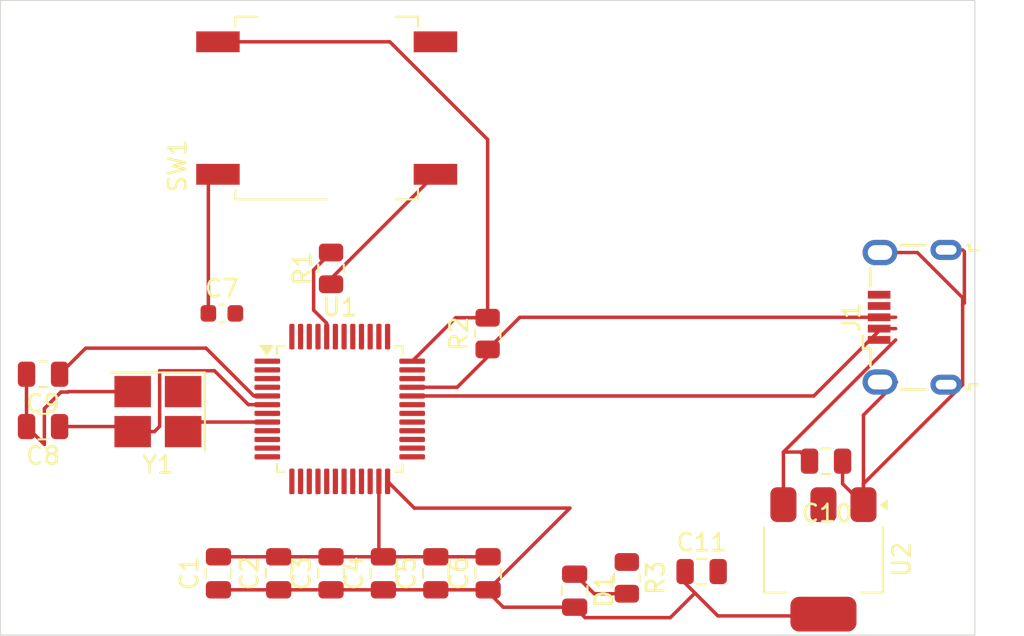
<source format=kicad_pcb>
(kicad_pcb (version 20241229) (generator "pcbnew") (generator_version "9.0")
  (layers (0 "F.Cu" signal) (2 "B.Cu" signal) (13 "F.Paste" user) (15 "B.Paste" user) (5 "F.SilkS" user "F.Silkscreen") (7 "B.SilkS" user "B.Silkscreen") (1 "F.Mask" user) (3 "B.Mask" user) (25 "Edge.Cuts" user))
  (net 0 "")
  (net 1 "GND")
  (net 2 "+3.3V")
  (net 3 "Net-(U1-NRST)")
  (net 4 "Net-(U1-PD1)")
  (net 5 "Net-(U1-PD0)")
  (net 6 "VBUS")
  (net 7 "Net-(D1-K)")
  (net 8 "usb_dp")
  (net 9 "usb_dm")
  (net 11 "Net-(U1-BOOT0)")
  (net 12 "Net-(SW1-B)")
  (footprint "Capacitor_SMD:C_0805_2012Metric" (layer "F.Cu") (at 133.99 110.95 90)
    (property "Reference" "C2" (at 0 -1.68 90) (layer "F.SilkS"))
    (property "Value" "100nf")
    (fp_line (start -0.261252 -0.735) (end 0.261252 -0.735) (stroke (width 0.12)) (layer "F.SilkS"))
    (fp_line (start -0.261252 0.735) (end 0.261252 0.735) (stroke (width 0.12)) (layer "F.SilkS"))
    (pad "1" smd roundrect (at -0.95 0 90) (size 1 1.45) (layers "F.Cu" "F.Mask" "F.Paste") (net 2 "+3.3V"))
    (pad "2" smd roundrect (at 0.95 0 90) (size 1 1.45) (layers "F.Cu" "F.Mask" "F.Paste") (net 1 "GND"))
  )
  (footprint "Connector_USB:USB_Micro-B_Wuerth_629105150521" (layer "F.Cu") (at 170.4 96.225 90)
    (property "Reference" "J1" (at 0 -3.5 90) (layer "F.SilkS"))
    (property "Value" "USB_B_Micro")
    (fp_line (start -1.075 -2.825) (end -1.8 -2.825) (stroke (width 0.15)) (layer "F.SilkS"))
    (fp_line (start -1.8 -2.825) (end -1.8 -2.4) (stroke (width 0.15)) (layer "F.SilkS"))
    (fp_line (start 1.8 -2.4) (end 2.8 -2.4) (stroke (width 0.15)) (layer "F.SilkS"))
    (fp_line (start -1.8 -2.4) (end -2.8 -2.4) (stroke (width 0.15)) (layer "F.SilkS"))
    (fp_line (start -4.15 -0.65) (end -4.15 0.75) (stroke (width 0.15)) (layer "F.SilkS"))
    (fp_line (start 4.15 0.75) (end 4.15 -0.65) (stroke (width 0.15)) (layer "F.SilkS"))
    (fp_line (start -4.15 3.15) (end -4.15 3.3) (stroke (width 0.15)) (layer "F.SilkS"))
    (fp_line (start 4.15 3.3) (end 4.15 3.15) (stroke (width 0.15)) (layer "F.SilkS"))
    (fp_line (start 3.85 3.3) (end 4.15 3.3) (stroke (width 0.15)) (layer "F.SilkS"))
    (fp_line (start -3.85 3.3) (end -3.85 3.75) (stroke (width 0.15)) (layer "F.SilkS"))
    (fp_line (start -4.15 3.3) (end -3.85 3.3) (stroke (width 0.15)) (layer "F.SilkS"))
    (fp_line (start 3.85 3.75) (end 3.85 3.3) (stroke (width 0.15)) (layer "F.SilkS"))
    (pad "" np_thru_hole oval (at -2.5 -0.8 90) (size 0.8 0.8) (drill 0.8) (layers "*.Cu" "*.Mask"))
    (pad "" np_thru_hole oval (at 2.5 -0.8 90) (size 0.8 0.8) (drill 0.8) (layers "*.Cu" "*.Mask"))
    (pad "1" smd rect (at -1.3 -1.9 90) (size 0.45 1.3) (layers "F.Cu" "F.Mask" "F.Paste") (net 6 "VBUS"))
    (pad "2" smd rect (at -0.65 -1.9 90) (size 0.45 1.3) (layers "F.Cu" "F.Mask" "F.Paste") (net 9 "usb_dm"))
    (pad "3" smd rect (at 0 -1.9 90) (size 0.45 1.3) (layers "F.Cu" "F.Mask" "F.Paste") (net 8 "usb_dp"))
    (pad "4" smd rect (at 0.65 -1.9 90) (size 0.45 1.3) (layers "F.Cu" "F.Mask" "F.Paste"))
    (pad "5" smd rect (at 1.3 -1.9 90) (size 0.45 1.3) (layers "F.Cu" "F.Mask" "F.Paste") (net 1 "GND"))
    (pad "6" thru_hole oval (at -3.875 1.95 90) (size 1.15 1.8) (drill oval 0.55 1.2) (property pad_prop_heatsink) (layers "*.Cu" "*.Mask") (net 1 "GND"))
    (pad "6" thru_hole oval (at -3.725 -1.85 90) (size 1.45 2) (drill oval 0.85 1.4) (property pad_prop_heatsink) (layers "*.Cu" "*.Mask") (net 1 "GND"))
    (pad "6" thru_hole oval (at 3.725 -1.85 90) (size 1.45 2) (drill oval 0.85 1.4) (property pad_prop_heatsink) (layers "*.Cu" "*.Mask") (net 1 "GND"))
    (pad "6" thru_hole oval (at 3.875 1.95 90) (size 1.15 1.8) (drill oval 0.55 1.2) (property pad_prop_heatsink) (layers "*.Cu" "*.Mask") (net 1 "GND"))
  )
  (footprint "Resistor_SMD:R_0805_2012Metric" (layer "F.Cu") (at 137 93.4125 90)
    (property "Reference" "R1" (at 0 -1.65 90) (layer "F.SilkS"))
    (property "Value" "10r")
    (fp_line (start -0.227064 -0.735) (end 0.227064 -0.735) (stroke (width 0.12)) (layer "F.SilkS"))
    (fp_line (start -0.227064 0.735) (end 0.227064 0.735) (stroke (width 0.12)) (layer "F.SilkS"))
    (pad "1" smd roundrect (at -0.9125 0 90) (size 1.025 1.4) (layers "F.Cu" "F.Mask" "F.Paste") (roundrect_rratio 0.243902) (net 12 "Net-(SW1-B)"))
    (pad "2" smd roundrect (at 0.9125 0 90) (size 1.025 1.4) (layers "F.Cu" "F.Mask" "F.Paste") (roundrect_rratio 0.243902) (net 11 "Net-(U1-BOOT0)"))
  )
  (footprint "Capacitor_SMD:C_0805_2012Metric" (layer "F.Cu") (at 143.02 110.95 90)
    (property "Reference" "C5" (at 0 -1.68 90) (layer "F.SilkS"))
    (property "Value" "100nf")
    (fp_line (start -0.261252 -0.735) (end 0.261252 -0.735) (stroke (width 0.12)) (layer "F.SilkS"))
    (fp_line (start -0.261252 0.735) (end 0.261252 0.735) (stroke (width 0.12)) (layer "F.SilkS"))
    (pad "1" smd roundrect (at -0.95 0 90) (size 1 1.45) (layers "F.Cu" "F.Mask" "F.Paste") (net 2 "+3.3V"))
    (pad "2" smd roundrect (at 0.95 0 90) (size 1 1.45) (layers "F.Cu" "F.Mask" "F.Paste") (net 1 "GND"))
  )
  (footprint "Package_QFP:LQFP-48_7x7mm_P0.5mm" (layer "F.Cu") (at 137.5 101.5)
    (property "Reference" "U1" (at 0 -5.85 0) (layer "F.SilkS"))
    (property "Value" "STM32F100C8Tx")
    (fp_line (start -3.61 -3.61) (end -3.61 -3.16) (stroke (width 0.12)) (layer "F.SilkS"))
    (fp_line (start -3.61 3.61) (end -3.61 3.16) (stroke (width 0.12)) (layer "F.SilkS"))
    (fp_line (start -3.16 -3.61) (end -3.61 -3.61) (stroke (width 0.12)) (layer "F.SilkS"))
    (fp_line (start -3.16 3.61) (end -3.61 3.61) (stroke (width 0.12)) (layer "F.SilkS"))
    (fp_line (start 3.16 -3.61) (end 3.61 -3.61) (stroke (width 0.12)) (layer "F.SilkS"))
    (fp_line (start 3.16 3.61) (end 3.61 3.61) (stroke (width 0.12)) (layer "F.SilkS"))
    (fp_line (start 3.61 -3.61) (end 3.61 -3.16) (stroke (width 0.12)) (layer "F.SilkS"))
    (fp_line (start 3.61 3.61) (end 3.61 3.16) (stroke (width 0.12)) (layer "F.SilkS"))
    (fp_poly (pts (xy -4.2 -3.16) (xy -4.54 -3.63) (xy -3.86 -3.63) (xy -4.2 -3.16)) (stroke (width 0.12)) (fill yes) (layer "F.SilkS"))
    (pad "1" smd roundrect (at -4.1625 -2.75) (size 1.475 0.3) (layers "F.Cu" "F.Mask" "F.Paste") (net 2 "+3.3V"))
    (pad "2" smd roundrect (at -4.1625 -2.25) (size 1.475 0.3) (layers "F.Cu" "F.Mask" "F.Paste"))
    (pad "3" smd roundrect (at -4.1625 -1.75) (size 1.475 0.3) (layers "F.Cu" "F.Mask" "F.Paste"))
    (pad "4" smd roundrect (at -4.1625 -1.25) (size 1.475 0.3) (layers "F.Cu" "F.Mask" "F.Paste"))
    (pad "5" smd roundrect (at -4.1625 -0.75) (size 1.475 0.3) (layers "F.Cu" "F.Mask" "F.Paste") (net 5 "Net-(U1-PD0)"))
    (pad "6" smd roundrect (at -4.1625 -0.25) (size 1.475 0.3) (layers "F.Cu" "F.Mask" "F.Paste") (net 4 "Net-(U1-PD1)"))
    (pad "7" smd roundrect (at -4.1625 0.25) (size 1.475 0.3) (layers "F.Cu" "F.Mask" "F.Paste") (net 3 "Net-(U1-NRST)"))
    (pad "8" smd roundrect (at -4.1625 0.75) (size 1.475 0.3) (layers "F.Cu" "F.Mask" "F.Paste") (net 1 "GND"))
    (pad "9" smd roundrect (at -4.1625 1.25) (size 1.475 0.3) (layers "F.Cu" "F.Mask" "F.Paste") (net 2 "+3.3V"))
    (pad "10" smd roundrect (at -4.1625 1.75) (size 1.475 0.3) (layers "F.Cu" "F.Mask" "F.Paste"))
    (pad "11" smd roundrect (at -4.1625 2.25) (size 1.475 0.3) (layers "F.Cu" "F.Mask" "F.Paste"))
    (pad "12" smd roundrect (at -4.1625 2.75) (size 1.475 0.3) (layers "F.Cu" "F.Mask" "F.Paste"))
    (pad "13" smd roundrect (at -2.75 4.1625) (size 0.3 1.475) (layers "F.Cu" "F.Mask" "F.Paste"))
    (pad "14" smd roundrect (at -2.25 4.1625) (size 0.3 1.475) (layers "F.Cu" "F.Mask" "F.Paste"))
    (pad "15" smd roundrect (at -1.75 4.1625) (size 0.3 1.475) (layers "F.Cu" "F.Mask" "F.Paste"))
    (pad "16" smd roundrect (at -1.25 4.1625) (size 0.3 1.475) (layers "F.Cu" "F.Mask" "F.Paste"))
    (pad "17" smd roundrect (at -0.75 4.1625) (size 0.3 1.475) (layers "F.Cu" "F.Mask" "F.Paste"))
    (pad "18" smd roundrect (at -0.25 4.1625) (size 0.3 1.475) (layers "F.Cu" "F.Mask" "F.Paste"))
    (pad "19" smd roundrect (at 0.25 4.1625) (size 0.3 1.475) (layers "F.Cu" "F.Mask" "F.Paste"))
    (pad "20" smd roundrect (at 0.75 4.1625) (size 0.3 1.475) (layers "F.Cu" "F.Mask" "F.Paste"))
    (pad "21" smd roundrect (at 1.25 4.1625) (size 0.3 1.475) (layers "F.Cu" "F.Mask" "F.Paste"))
    (pad "22" smd roundrect (at 1.75 4.1625) (size 0.3 1.475) (layers "F.Cu" "F.Mask" "F.Paste"))
    (pad "23" smd roundrect (at 2.25 4.1625) (size 0.3 1.475) (layers "F.Cu" "F.Mask" "F.Paste") (net 1 "GND"))
    (pad "24" smd roundrect (at 2.75 4.1625) (size 0.3 1.475) (layers "F.Cu" "F.Mask" "F.Paste") (net 2 "+3.3V"))
    (pad "25" smd roundrect (at 4.1625 2.75) (size 1.475 0.3) (layers "F.Cu" "F.Mask" "F.Paste"))
    (pad "26" smd roundrect (at 4.1625 2.25) (size 1.475 0.3) (layers "F.Cu" "F.Mask" "F.Paste"))
    (pad "27" smd roundrect (at 4.1625 1.75) (size 1.475 0.3) (layers "F.Cu" "F.Mask" "F.Paste"))
    (pad "28" smd roundrect (at 4.1625 1.25) (size 1.475 0.3) (layers "F.Cu" "F.Mask" "F.Paste"))
    (pad "29" smd roundrect (at 4.1625 0.75) (size 1.475 0.3) (layers "F.Cu" "F.Mask" "F.Paste"))
    (pad "30" smd roundrect (at 4.1625 0.25) (size 1.475 0.3) (layers "F.Cu" "F.Mask" "F.Paste"))
    (pad "31" smd roundrect (at 4.1625 -0.25) (size 1.475 0.3) (layers "F.Cu" "F.Mask" "F.Paste"))
    (pad "32" smd roundrect (at 4.1625 -0.75) (size 1.475 0.3) (layers "F.Cu" "F.Mask" "F.Paste") (net 9 "usb_dm"))
    (pad "33" smd roundrect (at 4.1625 -1.25) (size 1.475 0.3) (layers "F.Cu" "F.Mask" "F.Paste") (net 8 "usb_dp"))
    (pad "34" smd roundrect (at 4.1625 -1.75) (size 1.475 0.3) (layers "F.Cu" "F.Mask" "F.Paste"))
    (pad "35" smd roundrect (at 4.1625 -2.25) (size 1.475 0.3) (layers "F.Cu" "F.Mask" "F.Paste") (net 1 "GND"))
    (pad "36" smd roundrect (at 4.1625 -2.75) (size 1.475 0.3) (layers "F.Cu" "F.Mask" "F.Paste") (net 2 "+3.3V"))
    (pad "37" smd roundrect (at 2.75 -4.1625) (size 0.3 1.475) (layers "F.Cu" "F.Mask" "F.Paste"))
    (pad "38" smd roundrect (at 2.25 -4.1625) (size 0.3 1.475) (layers "F.Cu" "F.Mask" "F.Paste"))
    (pad "39" smd roundrect (at 1.75 -4.1625) (size 0.3 1.475) (layers "F.Cu" "F.Mask" "F.Paste"))
    (pad "40" smd roundrect (at 1.25 -4.1625) (size 0.3 1.475) (layers "F.Cu" "F.Mask" "F.Paste"))
    (pad "41" smd roundrect (at 0.75 -4.1625) (size 0.3 1.475) (layers "F.Cu" "F.Mask" "F.Paste"))
    (pad "42" smd roundrect (at 0.25 -4.1625) (size 0.3 1.475) (layers "F.Cu" "F.Mask" "F.Paste"))
    (pad "43" smd roundrect (at -0.25 -4.1625) (size 0.3 1.475) (layers "F.Cu" "F.Mask" "F.Paste"))
    (pad "44" smd roundrect (at -0.75 -4.1625) (size 0.3 1.475) (layers "F.Cu" "F.Mask" "F.Paste") (net 11 "Net-(U1-BOOT0)"))
    (pad "45" smd roundrect (at -1.25 -4.1625) (size 0.3 1.475) (layers "F.Cu" "F.Mask" "F.Paste"))
    (pad "46" smd roundrect (at -1.75 -4.1625) (size 0.3 1.475) (layers "F.Cu" "F.Mask" "F.Paste"))
    (pad "47" smd roundrect (at -2.25 -4.1625) (size 0.3 1.475) (layers "F.Cu" "F.Mask" "F.Paste") (net 1 "GND"))
    (pad "48" smd roundrect (at -2.75 -4.1625) (size 0.3 1.475) (layers "F.Cu" "F.Mask" "F.Paste") (net 2 "+3.3V"))
  )
  (footprint "Crystal:Crystal_SMD_3225-4Pin_3.2x2.5mm_HandSoldering" (layer "F.Cu") (at 127.05 101.65 180)
    (property "Reference" "Y1" (at 0 -3.05 0) (layer "F.SilkS"))
    (property "Value" "Crystal_GND24")
    (fp_line (start -2.7 2.25) (end 2.7 2.25) (stroke (width 0.12)) (layer "F.SilkS"))
    (fp_line (start -2.7 -2.25) (end -2.7 2.25) (stroke (width 0.12)) (layer "F.SilkS"))
    (pad "1" smd rect (at -1.45 1.15 180) (size 2.1 1.8) (layers "F.Cu" "F.Mask" "F.Paste") (net 5 "Net-(U1-PD0)"))
    (pad "2" smd rect (at 1.45 1.15 180) (size 2.1 1.8) (layers "F.Cu" "F.Mask" "F.Paste") (net 1 "GND"))
    (pad "3" smd rect (at 1.45 -1.15 180) (size 2.1 1.8) (layers "F.Cu" "F.Mask" "F.Paste") (net 4 "Net-(U1-PD1)"))
    (pad "4" smd rect (at -1.45 -1.15 180) (size 2.1 1.8) (layers "F.Cu" "F.Mask" "F.Paste") (net 1 "GND"))
  )
  (footprint "Package_TO_SOT_SMD:SOT-223-3_TabPin2" (layer "F.Cu") (at 165.3 110.15 -90)
    (property "Reference" "U2" (at 0 -4.5 90) (layer "F.SilkS"))
    (property "Value" "AMS1117")
    (fp_line (start -1.85 3.41) (end 1.91 3.41) (stroke (width 0.12)) (layer "F.SilkS"))
    (fp_line (start 1.91 3.41) (end 1.91 2.15) (stroke (width 0.12)) (layer "F.SilkS"))
    (fp_line (start -1.85 -3.41) (end 1.91 -3.41) (stroke (width 0.12)) (layer "F.SilkS"))
    (fp_line (start 1.91 -3.41) (end 1.91 -2.15) (stroke (width 0.12)) (layer "F.SilkS"))
    (fp_poly (pts (xy -3.13 -3.31) (xy -3.37 -3.64) (xy -2.89 -3.64) (xy -3.13 -3.31)) (stroke (width 0.12)) (fill yes) (layer "F.SilkS"))
    (pad "1" smd roundrect (at -3.15 -2.3 270) (size 2 1.5) (layers "F.Cu" "F.Mask" "F.Paste") (net 1 "GND"))
    (pad "2" smd roundrect (at -3.15 0 270) (size 2 1.5) (layers "F.Cu" "F.Mask" "F.Paste") (net 2 "+3.3V"))
    (pad "2" smd roundrect (at 3.15 0 270) (size 2 3.8) (layers "F.Cu" "F.Mask" "F.Paste") (net 2 "+3.3V"))
    (pad "3" smd roundrect (at -3.15 2.3 270) (size 2 1.5) (layers "F.Cu" "F.Mask" "F.Paste") (net 6 "VBUS"))
  )
  (footprint "Button_Switch_SMD:SW_MEC_5GSH9" (layer "F.Cu") (at 136.75 84.19 90)
    (property "Reference" "SW1" (at -3.325 -8.575 90) (layer "F.SilkS"))
    (property "Value" "SW_SPDT")
    (fp_line (start 5.25 -5.25) (end 5.25 -4) (stroke (width 0.12)) (layer "F.SilkS"))
    (fp_line (start 4.7 -5.25) (end 5.25 -5.25) (stroke (width 0.12)) (layer "F.SilkS"))
    (fp_line (start -4.7 -5.25) (end -5.25 -5.25) (stroke (width 0.12)) (layer "F.SilkS"))
    (fp_line (start -5.25 -5.25) (end -5.25 0) (stroke (width 0.12)) (layer "F.SilkS"))
    (fp_line (start 5.25 5.25) (end 5.25 4) (stroke (width 0.12)) (layer "F.SilkS"))
    (fp_line (start 4.7 5.25) (end 5.25 5.25) (stroke (width 0.12)) (layer "F.SilkS"))
    (fp_line (start -4.7 5.25) (end -5.25 5.25) (stroke (width 0.12)) (layer "F.SilkS"))
    (fp_line (start -5.25 5.25) (end -5.25 4) (stroke (width 0.12)) (layer "F.SilkS"))
    (pad "1" smd rect (at -3.81 -6.25 180) (size 2.5 1.2) (layers "F.Cu" "F.Mask" "F.Paste") (net 1 "GND"))
    (pad "2" smd rect (at -3.81 6.25 180) (size 2.5 1.2) (layers "F.Cu" "F.Mask" "F.Paste") (net 12 "Net-(SW1-B)"))
    (pad "3" smd rect (at 3.81 -6.25 180) (size 2.5 1.2) (layers "F.Cu" "F.Mask" "F.Paste") (net 2 "+3.3V"))
    (pad "4" smd rect (at 3.81 6.25 180) (size 2.5 1.2) (layers "F.Cu" "F.Mask" "F.Paste"))
  )
  (footprint "Resistor_SMD:R_0805_2012Metric" (layer "F.Cu") (at 154 111.2125 -90)
    (property "Reference" "R3" (at 0 -1.65 90) (layer "F.SilkS"))
    (property "Value" "1k5")
    (fp_line (start -0.227064 0.735) (end 0.227064 0.735) (stroke (width 0.12)) (layer "F.SilkS"))
    (fp_line (start -0.227064 -0.735) (end 0.227064 -0.735) (stroke (width 0.12)) (layer "F.SilkS"))
    (pad "1" smd roundrect (at -0.9125 0 270) (size 1.025 1.4) (layers "F.Cu" "F.Mask" "F.Paste") (roundrect_rratio 0.243902) (net 1 "GND"))
    (pad "2" smd roundrect (at 0.9125 0 270) (size 1.025 1.4) (layers "F.Cu" "F.Mask" "F.Paste") (roundrect_rratio 0.243902) (net 7 "Net-(D1-K)"))
  )
  (footprint "Capacitor_SMD:C_0805_2012Metric" (layer "F.Cu") (at 140.01 110.95 90)
    (property "Reference" "C4" (at 0 -1.68 90) (layer "F.SilkS"))
    (property "Value" "100nf")
    (fp_line (start -0.261252 -0.735) (end 0.261252 -0.735) (stroke (width 0.12)) (layer "F.SilkS"))
    (fp_line (start -0.261252 0.735) (end 0.261252 0.735) (stroke (width 0.12)) (layer "F.SilkS"))
    (pad "1" smd roundrect (at -0.95 0 90) (size 1 1.45) (layers "F.Cu" "F.Mask" "F.Paste") (net 2 "+3.3V"))
    (pad "2" smd roundrect (at 0.95 0 90) (size 1 1.45) (layers "F.Cu" "F.Mask" "F.Paste") (net 1 "GND"))
  )
  (footprint "Capacitor_SMD:C_0805_2012Metric" (layer "F.Cu") (at 120.45 102.51 180)
    (property "Reference" "C8" (at 0 -1.68 0) (layer "F.SilkS"))
    (property "Value" "10p")
    (fp_line (start -0.261252 0.735) (end 0.261252 0.735) (stroke (width 0.12)) (layer "F.SilkS"))
    (fp_line (start -0.261252 -0.735) (end 0.261252 -0.735) (stroke (width 0.12)) (layer "F.SilkS"))
    (pad "1" smd roundrect (at -0.95 0 180) (size 1 1.45) (layers "F.Cu" "F.Mask" "F.Paste") (net 4 "Net-(U1-PD1)"))
    (pad "2" smd roundrect (at 0.95 0 180) (size 1 1.45) (layers "F.Cu" "F.Mask" "F.Paste") (net 1 "GND"))
  )
  (footprint "Capacitor_SMD:C_0805_2012Metric" (layer "F.Cu") (at 151 111.95 -90)
    (property "Reference" "D1" (at 0 -1.68 90) (layer "F.SilkS"))
    (property "Value" "LED")
    (fp_line (start -0.261252 0.735) (end 0.261252 0.735) (stroke (width 0.12)) (layer "F.SilkS"))
    (fp_line (start -0.261252 -0.735) (end 0.261252 -0.735) (stroke (width 0.12)) (layer "F.SilkS"))
    (pad "1" smd roundrect (at -0.95 0 270) (size 1 1.45) (layers "F.Cu" "F.Mask" "F.Paste") (net 7 "Net-(D1-K)"))
    (pad "2" smd roundrect (at 0.95 0 270) (size 1 1.45) (layers "F.Cu" "F.Mask" "F.Paste") (net 2 "+3.3V"))
  )
  (footprint "Capacitor_SMD:C_0805_2012Metric" (layer "F.Cu") (at 165.45 104.5)
    (property "Reference" "C10" (at 0.05 3 0) (layer "F.SilkS"))
    (property "Value" "22u")
    (fp_line (start -0.261252 -0.735) (end 0.261252 -0.735) (stroke (width 0.12)) (layer "F.SilkS"))
    (fp_line (start -0.261252 0.735) (end 0.261252 0.735) (stroke (width 0.12)) (layer "F.SilkS"))
    (pad "1" smd roundrect (at -0.95 0) (size 1 1.45) (layers "F.Cu" "F.Mask" "F.Paste") (net 6 "VBUS"))
    (pad "2" smd roundrect (at 0.95 0) (size 1 1.45) (layers "F.Cu" "F.Mask" "F.Paste") (net 1 "GND"))
  )
  (footprint "Capacitor_SMD:C_0805_2012Metric" (layer "F.Cu") (at 146.03 110.95 90)
    (property "Reference" "C6" (at 0 -1.68 90) (layer "F.SilkS"))
    (property "Value" "10uf")
    (fp_line (start -0.261252 -0.735) (end 0.261252 -0.735) (stroke (width 0.12)) (layer "F.SilkS"))
    (fp_line (start -0.261252 0.735) (end 0.261252 0.735) (stroke (width 0.12)) (layer "F.SilkS"))
    (pad "1" smd roundrect (at -0.95 0 90) (size 1 1.45) (layers "F.Cu" "F.Mask" "F.Paste") (net 2 "+3.3V"))
    (pad "2" smd roundrect (at 0.95 0 90) (size 1 1.45) (layers "F.Cu" "F.Mask" "F.Paste") (net 1 "GND"))
  )
  (footprint "Capacitor_SMD:C_0805_2012Metric" (layer "F.Cu") (at 158.3 110.85)
    (property "Reference" "C11" (at 0 -1.68 0) (layer "F.SilkS"))
    (property "Value" "22u")
    (fp_line (start -0.261252 -0.735) (end 0.261252 -0.735) (stroke (width 0.12)) (layer "F.SilkS"))
    (fp_line (start -0.261252 0.735) (end 0.261252 0.735) (stroke (width 0.12)) (layer "F.SilkS"))
    (pad "1" smd roundrect (at -0.95 0) (size 1 1.45) (layers "F.Cu" "F.Mask" "F.Paste") (net 2 "+3.3V"))
    (pad "2" smd roundrect (at 0.95 0) (size 1 1.45) (layers "F.Cu" "F.Mask" "F.Paste") (net 1 "GND"))
  )
  (footprint "Capacitor_SMD:C_0603_1608Metric" (layer "F.Cu") (at 130.725 96)
    (property "Reference" "C7" (at 0 -1.43 0) (layer "F.SilkS"))
    (property "Value" "100nf")
    (fp_line (start -0.14058 -0.51) (end 0.14058 -0.51) (stroke (width 0.12)) (layer "F.SilkS"))
    (fp_line (start -0.14058 0.51) (end 0.14058 0.51) (stroke (width 0.12)) (layer "F.SilkS"))
    (pad "1" smd roundrect (at -0.775 0) (size 0.9 0.95) (layers "F.Cu" "F.Mask" "F.Paste") (net 1 "GND"))
    (pad "2" smd roundrect (at 0.775 0) (size 0.9 0.95) (layers "F.Cu" "F.Mask" "F.Paste") (net 3 "Net-(U1-NRST)"))
  )
  (footprint "Capacitor_SMD:C_0805_2012Metric" (layer "F.Cu") (at 120.45 99.5 180)
    (property "Reference" "C9" (at 0 -1.68 0) (layer "F.SilkS"))
    (property "Value" "10p")
    (fp_line (start -0.261252 0.735) (end 0.261252 0.735) (stroke (width 0.12)) (layer "F.SilkS"))
    (fp_line (start -0.261252 -0.735) (end 0.261252 -0.735) (stroke (width 0.12)) (layer "F.SilkS"))
    (pad "1" smd roundrect (at -0.95 0 180) (size 1 1.45) (layers "F.Cu" "F.Mask" "F.Paste") (net 5 "Net-(U1-PD0)"))
    (pad "2" smd roundrect (at 0.95 0 180) (size 1 1.45) (layers "F.Cu" "F.Mask" "F.Paste") (net 1 "GND"))
  )
  (footprint "Capacitor_SMD:C_0805_2012Metric" (layer "F.Cu") (at 137 110.95 90)
    (property "Reference" "C3" (at 0 -1.68 90) (layer "F.SilkS"))
    (property "Value" "100nf")
    (fp_line (start -0.261252 -0.735) (end 0.261252 -0.735) (stroke (width 0.12)) (layer "F.SilkS"))
    (fp_line (start -0.261252 0.735) (end 0.261252 0.735) (stroke (width 0.12)) (layer "F.SilkS"))
    (pad "1" smd roundrect (at -0.95 0 90) (size 1 1.45) (layers "F.Cu" "F.Mask" "F.Paste") (net 2 "+3.3V"))
    (pad "2" smd roundrect (at 0.95 0 90) (size 1 1.45) (layers "F.Cu" "F.Mask" "F.Paste") (net 1 "GND"))
  )
  (footprint "Resistor_SMD:R_0805_2012Metric" (layer "F.Cu") (at 146 97.1625 90)
    (property "Reference" "R2" (at 0 -1.65 90) (layer "F.SilkS"))
    (property "Value" "1k5")
    (fp_line (start -0.227064 -0.735) (end 0.227064 -0.735) (stroke (width 0.12)) (layer "F.SilkS"))
    (fp_line (start -0.227064 0.735) (end 0.227064 0.735) (stroke (width 0.12)) (layer "F.SilkS"))
    (pad "1" smd roundrect (at -0.9125 0 90) (size 1.025 1.4) (layers "F.Cu" "F.Mask" "F.Paste") (roundrect_rratio 0.243902) (net 8 "usb_dp"))
    (pad "2" smd roundrect (at 0.9125 0 90) (size 1.025 1.4) (layers "F.Cu" "F.Mask" "F.Paste") (roundrect_rratio 0.243902) (net 2 "+3.3V"))
  )
  (footprint "Capacitor_SMD:C_0805_2012Metric" (layer "F.Cu") (at 130.53 110.95 90)
    (property "Reference" "C1" (at 0 -1.68 90) (layer "F.SilkS"))
    (property "Value" "100nf")
    (fp_line (start -0.261252 -0.735) (end 0.261252 -0.735) (stroke (width 0.12)) (layer "F.SilkS"))
    (fp_line (start -0.261252 0.735) (end 0.261252 0.735) (stroke (width 0.12)) (layer "F.SilkS"))
    (pad "1" smd roundrect (at -0.95 0 90) (size 1 1.45) (layers "F.Cu" "F.Mask" "F.Paste") (net 2 "+3.3V"))
    (pad "2" smd roundrect (at 0.95 0 90) (size 1 1.45) (layers "F.Cu" "F.Mask" "F.Paste") (net 1 "GND"))
  )
  (gr_rect (start 118 78) (end 174 114.5) (stroke (width 0.05)) (fill no) (layer "Edge.Cuts"))
  (segment (start 121.88516 100.526) (end 121.474 100.526) (width 0.2) (layer "F.Cu") (net 1))
  (segment (start 121.91116 100.5) (end 121.88516 100.526) (width 0.2) (layer "F.Cu") (net 1))
  (segment (start 139.75 109.74) (end 139.75 105.6625) (width 0.2) (layer "F.Cu") (net 1))
  (segment (start 173.3 95.5) (end 173.3 100.1) (width 0.2) (layer "F.Cu") (net 1))
  (segment (start 146.03 110) (end 130.53 110) (width 0.2) (layer "F.Cu") (net 1))
  (segment (start 120.526 101.474) (end 120.526 103.536) (width 0.2) (layer "F.Cu") (net 1))
  (segment (start 173.399 95.401) (end 173.3 95.5) (width 0.2) (layer "F.Cu") (net 1))
  (segment (start 166.4 104.5) (end 166.4 105.8) (width 0.2) (layer "F.Cu") (net 1))
  (segment (start 128.5 102.8) (end 129.05 102.25) (width 0.2) (layer "F.Cu") (net 1))
  (segment (start 125.6 100.5) (end 121.91116 100.5) (width 0.2) (layer "F.Cu") (net 1))
  (segment (start 170.7 92.5) (end 173.3 95.1) (width 0.2) (layer "F.Cu") (net 1))
  (segment (start 167.6 107) (end 167.6 101.85) (width 0.2) (layer "F.Cu") (net 1))
  (segment (start 140.01 110) (end 139.75 109.74) (width 0.2) (layer "F.Cu") (net 1))
  (segment (start 173.3 92.35) (end 173.399 92.449) (width 0.2) (layer "F.Cu") (net 1))
  (segment (start 173.399 92.449) (end 173.399 95.401) (width 0.2) (layer "F.Cu") (net 1))
  (segment (start 120.526 103.536) (end 119.5 102.51) (width 0.2) (layer "F.Cu") (net 1))
  (segment (start 167.6 105.8) (end 173.3 100.1) (width 0.2) (layer "F.Cu") (net 1))
  (segment (start 159.4 111) (end 159.25 110.85) (width 0.2) (layer "F.Cu") (net 1))
  (segment (start 173.3 95.1) (end 173.3 95.5) (width 0.2) (layer "F.Cu") (net 1))
  (segment (start 129.05 102.25) (end 133.3375 102.25) (width 0.2) (layer "F.Cu") (net 1))
  (segment (start 167.6 107) (end 167.6 105.8) (width 0.2) (layer "F.Cu") (net 1))
  (segment (start 129.95 88.55) (end 130.5 88) (width 0.2) (layer "F.Cu") (net 1))
  (segment (start 129.95 96) (end 129.95 88.55) (width 0.2) (layer "F.Cu") (net 1))
  (segment (start 167.6 101.85) (end 169.5 99.95) (width 0.2) (layer "F.Cu") (net 1))
  (segment (start 169.5 92.5) (end 170.7 92.5) (width 0.2) (layer "F.Cu") (net 1))
  (segment (start 166.4 105.8) (end 167.6 107) (width 0.2) (layer "F.Cu") (net 1))
  (segment (start 119.5 102.51) (end 119.5 99.5) (width 0.2) (layer "F.Cu") (net 1))
  (segment (start 121.474 100.526) (end 120.526 101.474) (width 0.2) (layer "F.Cu") (net 1))
  (segment (start 141.7875 107.2) (end 150.73 107.2) (width 0.2) (layer "F.Cu") (net 2))
  (segment (start 140.38 80.38) (end 146 86) (width 0.2) (layer "F.Cu") (net 2))
  (segment (start 146 96.25) (end 144.1625 96.25) (width 0.2) (layer "F.Cu") (net 2))
  (segment (start 146.03 111.9) (end 146.03 112.03) (width 0.2) (layer "F.Cu") (net 2))
  (segment (start 146.03 111.9) (end 130.53 111.9) (width 0.2) (layer "F.Cu") (net 2))
  (segment (start 146.9 112.9) (end 151 112.9) (width 0.2) (layer "F.Cu") (net 2))
  (segment (start 165.199 113.401) (end 159.2339 113.401) (width 0.2) (layer "F.Cu") (net 2))
  (segment (start 159.2339 113.401) (end 157.91645 112.08355) (width 0.2) (layer "F.Cu") (net 2))
  (segment (start 157.91645 112.08355) (end 157.35 111.5171) (width 0.2) (layer "F.Cu") (net 2))
  (segment (start 146 86) (end 146 96.25) (width 0.2) (layer "F.Cu") (net 2))
  (segment (start 140.25 105.6625) (end 141.7875 107.2) (width 0.2) (layer "F.Cu") (net 2))
  (segment (start 165.3 113.3) (end 165.199 113.401) (width 0.2) (layer "F.Cu") (net 2))
  (segment (start 144.1625 96.25) (end 141.6625 98.75) (width 0.2) (layer "F.Cu") (net 2))
  (segment (start 151.6 113.5) (end 156.5 113.5) (width 0.2) (layer "F.Cu") (net 2))
  (segment (start 151 112.9) (end 151.6 113.5) (width 0.2) (layer "F.Cu") (net 2))
  (segment (start 150.73 107.2) (end 146.03 111.9) (width 0.2) (layer "F.Cu") (net 2))
  (segment (start 130.5 80.38) (end 140.38 80.38) (width 0.2) (layer "F.Cu") (net 2))
  (segment (start 156.5 113.5) (end 157.91645 112.08355) (width 0.2) (layer "F.Cu") (net 2))
  (segment (start 157.35 111.5171) (end 157.35 110.85) (width 0.2) (layer "F.Cu") (net 2))
  (segment (start 146.03 112.03) (end 146.9 112.9) (width 0.2) (layer "F.Cu") (net 2))
  (segment (start 130.299 99.299) (end 132.25 101.25) (width 0.2) (layer "F.Cu") (net 4))
  (segment (start 127.149 99.299) (end 130.299 99.299) (width 0.2) (layer "F.Cu") (net 4))
  (segment (start 125.31 102.51) (end 125.6 102.8) (width 0.2) (layer "F.Cu") (net 4))
  (segment (start 126.85 102.8) (end 127.149 102.501) (width 0.2) (layer "F.Cu") (net 4))
  (segment (start 121.4 102.51) (end 125.31 102.51) (width 0.2) (layer "F.Cu") (net 4))
  (segment (start 127.149 102.501) (end 127.149 99.299) (width 0.2) (layer "F.Cu") (net 4))
  (segment (start 132.25 101.25) (end 133.3375 101.25) (width 0.2) (layer "F.Cu") (net 4))
  (segment (start 125.6 102.8) (end 126.85 102.8) (width 0.2) (layer "F.Cu") (net 4))
  (segment (start 121.4 99.5) (end 122.9 98) (width 0.2) (layer "F.Cu") (net 5))
  (segment (start 129.816176 98) (end 132.566176 100.75) (width 0.2) (layer "F.Cu") (net 5))
  (segment (start 132.566176 100.75) (end 133.3375 100.75) (width 0.2) (layer "F.Cu") (net 5))
  (segment (start 122.9 98) (end 129.816176 98) (width 0.2) (layer "F.Cu") (net 5))
  (segment (start 163.975 103.975) (end 163 103.975) (width 0.2) (layer "F.Cu") (net 6))
  (segment (start 164.5 104.5) (end 163.975 103.975) (width 0.2) (layer "F.Cu") (net 6))
  (segment (start 163 103.975) (end 163 107) (width 0.2) (layer "F.Cu") (net 6))
  (segment (start 169.45 97.525) (end 163 103.975) (width 0.2) (layer "F.Cu") (net 6))
  (segment (start 154 112.125) (end 152.125 112.125) (width 0.2) (layer "F.Cu") (net 7))
  (segment (start 152.125 112.125) (end 151 111) (width 0.2) (layer "F.Cu") (net 7))
  (segment (start 147.85 96.225) (end 146 98.075) (width 0.2) (layer "F.Cu") (net 8))
  (segment (start 169.45 96.225) (end 147.85 96.225) (width 0.2) (layer "F.Cu") (net 8))
  (segment (start 146 98.075) (end 146 98.5) (width 0.2) (layer "F.Cu") (net 8))
  (segment (start 146 98.5) (end 144.25 100.25) (width 0.2) (layer "F.Cu") (net 8))
  (segment (start 144.25 100.25) (end 141.6625 100.25) (width 0.2) (layer "F.Cu") (net 8))
  (segment (start 168.623 96.875) (end 169.45 96.875) (width 0.2) (layer "F.Cu") (net 9))
  (segment (start 164.748 100.75) (end 168.623 96.875) (width 0.2) (layer "F.Cu") (net 9))
  (segment (start 141.6625 100.75) (end 164.748 100.75) (width 0.2) (layer "F.Cu") (net 9))
  (segment (start 135.999 93.501) (end 137 92.5) (width 0.2) (layer "F.Cu") (net 11))
  (segment (start 135.999 95.815176) (end 135.999 93.501) (width 0.2) (layer "F.Cu") (net 11))
  (segment (start 136.75 96.566176) (end 135.999 95.815176) (width 0.2) (layer "F.Cu") (net 11))
  (segment (start 136.75 97.3375) (end 136.75 96.566176) (width 0.2) (layer "F.Cu") (net 11))
  (segment (start 137 94) (end 143 88) (width 0.2) (layer "F.Cu") (net 12))
  (segment (start 137 94.325) (end 137 94) (width 0.2) (layer "F.Cu") (net 12))
)
</source>
